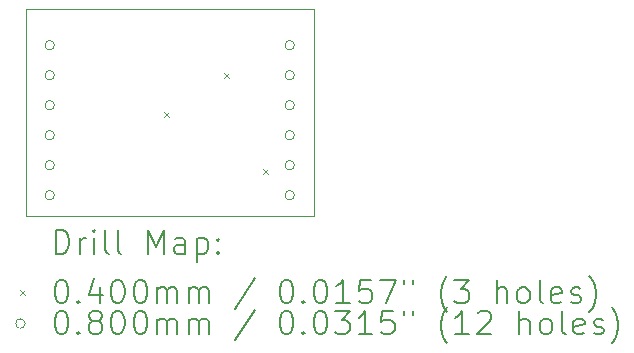
<source format=gbr>
%TF.GenerationSoftware,KiCad,Pcbnew,7.0.10*%
%TF.CreationDate,2024-10-11T10:49:25-04:00*%
%TF.ProjectId,ad5689r,61643536-3839-4722-9e6b-696361645f70,rev?*%
%TF.SameCoordinates,Original*%
%TF.FileFunction,Drillmap*%
%TF.FilePolarity,Positive*%
%FSLAX45Y45*%
G04 Gerber Fmt 4.5, Leading zero omitted, Abs format (unit mm)*
G04 Created by KiCad (PCBNEW 7.0.10) date 2024-10-11 10:49:25*
%MOMM*%
%LPD*%
G01*
G04 APERTURE LIST*
%ADD10C,0.100000*%
%ADD11C,0.200000*%
G04 APERTURE END LIST*
D10*
X2590800Y-2235200D02*
X5029200Y-2235200D01*
X5029200Y-3987800D01*
X2590800Y-3987800D01*
X2590800Y-2235200D01*
D11*
D10*
X3764600Y-3104200D02*
X3804600Y-3144200D01*
X3804600Y-3104200D02*
X3764600Y-3144200D01*
X4272600Y-2774000D02*
X4312600Y-2814000D01*
X4312600Y-2774000D02*
X4272600Y-2814000D01*
X4602800Y-3586800D02*
X4642800Y-3626800D01*
X4642800Y-3586800D02*
X4602800Y-3626800D01*
X2834000Y-2540000D02*
G75*
G03*
X2754000Y-2540000I-40000J0D01*
G01*
X2754000Y-2540000D02*
G75*
G03*
X2834000Y-2540000I40000J0D01*
G01*
X2834000Y-2794000D02*
G75*
G03*
X2754000Y-2794000I-40000J0D01*
G01*
X2754000Y-2794000D02*
G75*
G03*
X2834000Y-2794000I40000J0D01*
G01*
X2834000Y-3048000D02*
G75*
G03*
X2754000Y-3048000I-40000J0D01*
G01*
X2754000Y-3048000D02*
G75*
G03*
X2834000Y-3048000I40000J0D01*
G01*
X2834000Y-3302000D02*
G75*
G03*
X2754000Y-3302000I-40000J0D01*
G01*
X2754000Y-3302000D02*
G75*
G03*
X2834000Y-3302000I40000J0D01*
G01*
X2834000Y-3556000D02*
G75*
G03*
X2754000Y-3556000I-40000J0D01*
G01*
X2754000Y-3556000D02*
G75*
G03*
X2834000Y-3556000I40000J0D01*
G01*
X2834000Y-3810000D02*
G75*
G03*
X2754000Y-3810000I-40000J0D01*
G01*
X2754000Y-3810000D02*
G75*
G03*
X2834000Y-3810000I40000J0D01*
G01*
X4866000Y-2540000D02*
G75*
G03*
X4786000Y-2540000I-40000J0D01*
G01*
X4786000Y-2540000D02*
G75*
G03*
X4866000Y-2540000I40000J0D01*
G01*
X4866000Y-2794000D02*
G75*
G03*
X4786000Y-2794000I-40000J0D01*
G01*
X4786000Y-2794000D02*
G75*
G03*
X4866000Y-2794000I40000J0D01*
G01*
X4866000Y-3048000D02*
G75*
G03*
X4786000Y-3048000I-40000J0D01*
G01*
X4786000Y-3048000D02*
G75*
G03*
X4866000Y-3048000I40000J0D01*
G01*
X4866000Y-3302000D02*
G75*
G03*
X4786000Y-3302000I-40000J0D01*
G01*
X4786000Y-3302000D02*
G75*
G03*
X4866000Y-3302000I40000J0D01*
G01*
X4866000Y-3556000D02*
G75*
G03*
X4786000Y-3556000I-40000J0D01*
G01*
X4786000Y-3556000D02*
G75*
G03*
X4866000Y-3556000I40000J0D01*
G01*
X4866000Y-3810000D02*
G75*
G03*
X4786000Y-3810000I-40000J0D01*
G01*
X4786000Y-3810000D02*
G75*
G03*
X4866000Y-3810000I40000J0D01*
G01*
D11*
X2846577Y-4304284D02*
X2846577Y-4104284D01*
X2846577Y-4104284D02*
X2894196Y-4104284D01*
X2894196Y-4104284D02*
X2922767Y-4113808D01*
X2922767Y-4113808D02*
X2941815Y-4132855D01*
X2941815Y-4132855D02*
X2951339Y-4151903D01*
X2951339Y-4151903D02*
X2960862Y-4189998D01*
X2960862Y-4189998D02*
X2960862Y-4218570D01*
X2960862Y-4218570D02*
X2951339Y-4256665D01*
X2951339Y-4256665D02*
X2941815Y-4275712D01*
X2941815Y-4275712D02*
X2922767Y-4294760D01*
X2922767Y-4294760D02*
X2894196Y-4304284D01*
X2894196Y-4304284D02*
X2846577Y-4304284D01*
X3046577Y-4304284D02*
X3046577Y-4170950D01*
X3046577Y-4209046D02*
X3056101Y-4189998D01*
X3056101Y-4189998D02*
X3065624Y-4180474D01*
X3065624Y-4180474D02*
X3084672Y-4170950D01*
X3084672Y-4170950D02*
X3103720Y-4170950D01*
X3170386Y-4304284D02*
X3170386Y-4170950D01*
X3170386Y-4104284D02*
X3160862Y-4113808D01*
X3160862Y-4113808D02*
X3170386Y-4123331D01*
X3170386Y-4123331D02*
X3179910Y-4113808D01*
X3179910Y-4113808D02*
X3170386Y-4104284D01*
X3170386Y-4104284D02*
X3170386Y-4123331D01*
X3294196Y-4304284D02*
X3275148Y-4294760D01*
X3275148Y-4294760D02*
X3265624Y-4275712D01*
X3265624Y-4275712D02*
X3265624Y-4104284D01*
X3398958Y-4304284D02*
X3379910Y-4294760D01*
X3379910Y-4294760D02*
X3370386Y-4275712D01*
X3370386Y-4275712D02*
X3370386Y-4104284D01*
X3627529Y-4304284D02*
X3627529Y-4104284D01*
X3627529Y-4104284D02*
X3694196Y-4247141D01*
X3694196Y-4247141D02*
X3760862Y-4104284D01*
X3760862Y-4104284D02*
X3760862Y-4304284D01*
X3941815Y-4304284D02*
X3941815Y-4199522D01*
X3941815Y-4199522D02*
X3932291Y-4180474D01*
X3932291Y-4180474D02*
X3913243Y-4170950D01*
X3913243Y-4170950D02*
X3875148Y-4170950D01*
X3875148Y-4170950D02*
X3856101Y-4180474D01*
X3941815Y-4294760D02*
X3922767Y-4304284D01*
X3922767Y-4304284D02*
X3875148Y-4304284D01*
X3875148Y-4304284D02*
X3856101Y-4294760D01*
X3856101Y-4294760D02*
X3846577Y-4275712D01*
X3846577Y-4275712D02*
X3846577Y-4256665D01*
X3846577Y-4256665D02*
X3856101Y-4237617D01*
X3856101Y-4237617D02*
X3875148Y-4228093D01*
X3875148Y-4228093D02*
X3922767Y-4228093D01*
X3922767Y-4228093D02*
X3941815Y-4218570D01*
X4037053Y-4170950D02*
X4037053Y-4370950D01*
X4037053Y-4180474D02*
X4056101Y-4170950D01*
X4056101Y-4170950D02*
X4094196Y-4170950D01*
X4094196Y-4170950D02*
X4113243Y-4180474D01*
X4113243Y-4180474D02*
X4122767Y-4189998D01*
X4122767Y-4189998D02*
X4132291Y-4209046D01*
X4132291Y-4209046D02*
X4132291Y-4266189D01*
X4132291Y-4266189D02*
X4122767Y-4285236D01*
X4122767Y-4285236D02*
X4113243Y-4294760D01*
X4113243Y-4294760D02*
X4094196Y-4304284D01*
X4094196Y-4304284D02*
X4056101Y-4304284D01*
X4056101Y-4304284D02*
X4037053Y-4294760D01*
X4218005Y-4285236D02*
X4227529Y-4294760D01*
X4227529Y-4294760D02*
X4218005Y-4304284D01*
X4218005Y-4304284D02*
X4208482Y-4294760D01*
X4208482Y-4294760D02*
X4218005Y-4285236D01*
X4218005Y-4285236D02*
X4218005Y-4304284D01*
X4218005Y-4180474D02*
X4227529Y-4189998D01*
X4227529Y-4189998D02*
X4218005Y-4199522D01*
X4218005Y-4199522D02*
X4208482Y-4189998D01*
X4208482Y-4189998D02*
X4218005Y-4180474D01*
X4218005Y-4180474D02*
X4218005Y-4199522D01*
D10*
X2545800Y-4612800D02*
X2585800Y-4652800D01*
X2585800Y-4612800D02*
X2545800Y-4652800D01*
D11*
X2884672Y-4524284D02*
X2903720Y-4524284D01*
X2903720Y-4524284D02*
X2922767Y-4533808D01*
X2922767Y-4533808D02*
X2932291Y-4543331D01*
X2932291Y-4543331D02*
X2941815Y-4562379D01*
X2941815Y-4562379D02*
X2951339Y-4600474D01*
X2951339Y-4600474D02*
X2951339Y-4648093D01*
X2951339Y-4648093D02*
X2941815Y-4686189D01*
X2941815Y-4686189D02*
X2932291Y-4705236D01*
X2932291Y-4705236D02*
X2922767Y-4714760D01*
X2922767Y-4714760D02*
X2903720Y-4724284D01*
X2903720Y-4724284D02*
X2884672Y-4724284D01*
X2884672Y-4724284D02*
X2865624Y-4714760D01*
X2865624Y-4714760D02*
X2856101Y-4705236D01*
X2856101Y-4705236D02*
X2846577Y-4686189D01*
X2846577Y-4686189D02*
X2837053Y-4648093D01*
X2837053Y-4648093D02*
X2837053Y-4600474D01*
X2837053Y-4600474D02*
X2846577Y-4562379D01*
X2846577Y-4562379D02*
X2856101Y-4543331D01*
X2856101Y-4543331D02*
X2865624Y-4533808D01*
X2865624Y-4533808D02*
X2884672Y-4524284D01*
X3037053Y-4705236D02*
X3046577Y-4714760D01*
X3046577Y-4714760D02*
X3037053Y-4724284D01*
X3037053Y-4724284D02*
X3027529Y-4714760D01*
X3027529Y-4714760D02*
X3037053Y-4705236D01*
X3037053Y-4705236D02*
X3037053Y-4724284D01*
X3218005Y-4590950D02*
X3218005Y-4724284D01*
X3170386Y-4514760D02*
X3122767Y-4657617D01*
X3122767Y-4657617D02*
X3246577Y-4657617D01*
X3360862Y-4524284D02*
X3379910Y-4524284D01*
X3379910Y-4524284D02*
X3398958Y-4533808D01*
X3398958Y-4533808D02*
X3408482Y-4543331D01*
X3408482Y-4543331D02*
X3418005Y-4562379D01*
X3418005Y-4562379D02*
X3427529Y-4600474D01*
X3427529Y-4600474D02*
X3427529Y-4648093D01*
X3427529Y-4648093D02*
X3418005Y-4686189D01*
X3418005Y-4686189D02*
X3408482Y-4705236D01*
X3408482Y-4705236D02*
X3398958Y-4714760D01*
X3398958Y-4714760D02*
X3379910Y-4724284D01*
X3379910Y-4724284D02*
X3360862Y-4724284D01*
X3360862Y-4724284D02*
X3341815Y-4714760D01*
X3341815Y-4714760D02*
X3332291Y-4705236D01*
X3332291Y-4705236D02*
X3322767Y-4686189D01*
X3322767Y-4686189D02*
X3313243Y-4648093D01*
X3313243Y-4648093D02*
X3313243Y-4600474D01*
X3313243Y-4600474D02*
X3322767Y-4562379D01*
X3322767Y-4562379D02*
X3332291Y-4543331D01*
X3332291Y-4543331D02*
X3341815Y-4533808D01*
X3341815Y-4533808D02*
X3360862Y-4524284D01*
X3551339Y-4524284D02*
X3570386Y-4524284D01*
X3570386Y-4524284D02*
X3589434Y-4533808D01*
X3589434Y-4533808D02*
X3598958Y-4543331D01*
X3598958Y-4543331D02*
X3608482Y-4562379D01*
X3608482Y-4562379D02*
X3618005Y-4600474D01*
X3618005Y-4600474D02*
X3618005Y-4648093D01*
X3618005Y-4648093D02*
X3608482Y-4686189D01*
X3608482Y-4686189D02*
X3598958Y-4705236D01*
X3598958Y-4705236D02*
X3589434Y-4714760D01*
X3589434Y-4714760D02*
X3570386Y-4724284D01*
X3570386Y-4724284D02*
X3551339Y-4724284D01*
X3551339Y-4724284D02*
X3532291Y-4714760D01*
X3532291Y-4714760D02*
X3522767Y-4705236D01*
X3522767Y-4705236D02*
X3513243Y-4686189D01*
X3513243Y-4686189D02*
X3503720Y-4648093D01*
X3503720Y-4648093D02*
X3503720Y-4600474D01*
X3503720Y-4600474D02*
X3513243Y-4562379D01*
X3513243Y-4562379D02*
X3522767Y-4543331D01*
X3522767Y-4543331D02*
X3532291Y-4533808D01*
X3532291Y-4533808D02*
X3551339Y-4524284D01*
X3703720Y-4724284D02*
X3703720Y-4590950D01*
X3703720Y-4609998D02*
X3713243Y-4600474D01*
X3713243Y-4600474D02*
X3732291Y-4590950D01*
X3732291Y-4590950D02*
X3760863Y-4590950D01*
X3760863Y-4590950D02*
X3779910Y-4600474D01*
X3779910Y-4600474D02*
X3789434Y-4619522D01*
X3789434Y-4619522D02*
X3789434Y-4724284D01*
X3789434Y-4619522D02*
X3798958Y-4600474D01*
X3798958Y-4600474D02*
X3818005Y-4590950D01*
X3818005Y-4590950D02*
X3846577Y-4590950D01*
X3846577Y-4590950D02*
X3865624Y-4600474D01*
X3865624Y-4600474D02*
X3875148Y-4619522D01*
X3875148Y-4619522D02*
X3875148Y-4724284D01*
X3970386Y-4724284D02*
X3970386Y-4590950D01*
X3970386Y-4609998D02*
X3979910Y-4600474D01*
X3979910Y-4600474D02*
X3998958Y-4590950D01*
X3998958Y-4590950D02*
X4027529Y-4590950D01*
X4027529Y-4590950D02*
X4046577Y-4600474D01*
X4046577Y-4600474D02*
X4056101Y-4619522D01*
X4056101Y-4619522D02*
X4056101Y-4724284D01*
X4056101Y-4619522D02*
X4065624Y-4600474D01*
X4065624Y-4600474D02*
X4084672Y-4590950D01*
X4084672Y-4590950D02*
X4113243Y-4590950D01*
X4113243Y-4590950D02*
X4132291Y-4600474D01*
X4132291Y-4600474D02*
X4141815Y-4619522D01*
X4141815Y-4619522D02*
X4141815Y-4724284D01*
X4532291Y-4514760D02*
X4360863Y-4771903D01*
X4789434Y-4524284D02*
X4808482Y-4524284D01*
X4808482Y-4524284D02*
X4827529Y-4533808D01*
X4827529Y-4533808D02*
X4837053Y-4543331D01*
X4837053Y-4543331D02*
X4846577Y-4562379D01*
X4846577Y-4562379D02*
X4856101Y-4600474D01*
X4856101Y-4600474D02*
X4856101Y-4648093D01*
X4856101Y-4648093D02*
X4846577Y-4686189D01*
X4846577Y-4686189D02*
X4837053Y-4705236D01*
X4837053Y-4705236D02*
X4827529Y-4714760D01*
X4827529Y-4714760D02*
X4808482Y-4724284D01*
X4808482Y-4724284D02*
X4789434Y-4724284D01*
X4789434Y-4724284D02*
X4770387Y-4714760D01*
X4770387Y-4714760D02*
X4760863Y-4705236D01*
X4760863Y-4705236D02*
X4751339Y-4686189D01*
X4751339Y-4686189D02*
X4741815Y-4648093D01*
X4741815Y-4648093D02*
X4741815Y-4600474D01*
X4741815Y-4600474D02*
X4751339Y-4562379D01*
X4751339Y-4562379D02*
X4760863Y-4543331D01*
X4760863Y-4543331D02*
X4770387Y-4533808D01*
X4770387Y-4533808D02*
X4789434Y-4524284D01*
X4941815Y-4705236D02*
X4951339Y-4714760D01*
X4951339Y-4714760D02*
X4941815Y-4724284D01*
X4941815Y-4724284D02*
X4932291Y-4714760D01*
X4932291Y-4714760D02*
X4941815Y-4705236D01*
X4941815Y-4705236D02*
X4941815Y-4724284D01*
X5075148Y-4524284D02*
X5094196Y-4524284D01*
X5094196Y-4524284D02*
X5113244Y-4533808D01*
X5113244Y-4533808D02*
X5122768Y-4543331D01*
X5122768Y-4543331D02*
X5132291Y-4562379D01*
X5132291Y-4562379D02*
X5141815Y-4600474D01*
X5141815Y-4600474D02*
X5141815Y-4648093D01*
X5141815Y-4648093D02*
X5132291Y-4686189D01*
X5132291Y-4686189D02*
X5122768Y-4705236D01*
X5122768Y-4705236D02*
X5113244Y-4714760D01*
X5113244Y-4714760D02*
X5094196Y-4724284D01*
X5094196Y-4724284D02*
X5075148Y-4724284D01*
X5075148Y-4724284D02*
X5056101Y-4714760D01*
X5056101Y-4714760D02*
X5046577Y-4705236D01*
X5046577Y-4705236D02*
X5037053Y-4686189D01*
X5037053Y-4686189D02*
X5027529Y-4648093D01*
X5027529Y-4648093D02*
X5027529Y-4600474D01*
X5027529Y-4600474D02*
X5037053Y-4562379D01*
X5037053Y-4562379D02*
X5046577Y-4543331D01*
X5046577Y-4543331D02*
X5056101Y-4533808D01*
X5056101Y-4533808D02*
X5075148Y-4524284D01*
X5332291Y-4724284D02*
X5218006Y-4724284D01*
X5275148Y-4724284D02*
X5275148Y-4524284D01*
X5275148Y-4524284D02*
X5256101Y-4552855D01*
X5256101Y-4552855D02*
X5237053Y-4571903D01*
X5237053Y-4571903D02*
X5218006Y-4581427D01*
X5513244Y-4524284D02*
X5418006Y-4524284D01*
X5418006Y-4524284D02*
X5408482Y-4619522D01*
X5408482Y-4619522D02*
X5418006Y-4609998D01*
X5418006Y-4609998D02*
X5437053Y-4600474D01*
X5437053Y-4600474D02*
X5484672Y-4600474D01*
X5484672Y-4600474D02*
X5503720Y-4609998D01*
X5503720Y-4609998D02*
X5513244Y-4619522D01*
X5513244Y-4619522D02*
X5522768Y-4638570D01*
X5522768Y-4638570D02*
X5522768Y-4686189D01*
X5522768Y-4686189D02*
X5513244Y-4705236D01*
X5513244Y-4705236D02*
X5503720Y-4714760D01*
X5503720Y-4714760D02*
X5484672Y-4724284D01*
X5484672Y-4724284D02*
X5437053Y-4724284D01*
X5437053Y-4724284D02*
X5418006Y-4714760D01*
X5418006Y-4714760D02*
X5408482Y-4705236D01*
X5589434Y-4524284D02*
X5722767Y-4524284D01*
X5722767Y-4524284D02*
X5637053Y-4724284D01*
X5789434Y-4524284D02*
X5789434Y-4562379D01*
X5865625Y-4524284D02*
X5865625Y-4562379D01*
X6160863Y-4800474D02*
X6151339Y-4790950D01*
X6151339Y-4790950D02*
X6132291Y-4762379D01*
X6132291Y-4762379D02*
X6122768Y-4743331D01*
X6122768Y-4743331D02*
X6113244Y-4714760D01*
X6113244Y-4714760D02*
X6103720Y-4667141D01*
X6103720Y-4667141D02*
X6103720Y-4629046D01*
X6103720Y-4629046D02*
X6113244Y-4581427D01*
X6113244Y-4581427D02*
X6122768Y-4552855D01*
X6122768Y-4552855D02*
X6132291Y-4533808D01*
X6132291Y-4533808D02*
X6151339Y-4505236D01*
X6151339Y-4505236D02*
X6160863Y-4495712D01*
X6218006Y-4524284D02*
X6341815Y-4524284D01*
X6341815Y-4524284D02*
X6275148Y-4600474D01*
X6275148Y-4600474D02*
X6303720Y-4600474D01*
X6303720Y-4600474D02*
X6322768Y-4609998D01*
X6322768Y-4609998D02*
X6332291Y-4619522D01*
X6332291Y-4619522D02*
X6341815Y-4638570D01*
X6341815Y-4638570D02*
X6341815Y-4686189D01*
X6341815Y-4686189D02*
X6332291Y-4705236D01*
X6332291Y-4705236D02*
X6322768Y-4714760D01*
X6322768Y-4714760D02*
X6303720Y-4724284D01*
X6303720Y-4724284D02*
X6246577Y-4724284D01*
X6246577Y-4724284D02*
X6227529Y-4714760D01*
X6227529Y-4714760D02*
X6218006Y-4705236D01*
X6579910Y-4724284D02*
X6579910Y-4524284D01*
X6665625Y-4724284D02*
X6665625Y-4619522D01*
X6665625Y-4619522D02*
X6656101Y-4600474D01*
X6656101Y-4600474D02*
X6637053Y-4590950D01*
X6637053Y-4590950D02*
X6608482Y-4590950D01*
X6608482Y-4590950D02*
X6589434Y-4600474D01*
X6589434Y-4600474D02*
X6579910Y-4609998D01*
X6789434Y-4724284D02*
X6770387Y-4714760D01*
X6770387Y-4714760D02*
X6760863Y-4705236D01*
X6760863Y-4705236D02*
X6751339Y-4686189D01*
X6751339Y-4686189D02*
X6751339Y-4629046D01*
X6751339Y-4629046D02*
X6760863Y-4609998D01*
X6760863Y-4609998D02*
X6770387Y-4600474D01*
X6770387Y-4600474D02*
X6789434Y-4590950D01*
X6789434Y-4590950D02*
X6818006Y-4590950D01*
X6818006Y-4590950D02*
X6837053Y-4600474D01*
X6837053Y-4600474D02*
X6846577Y-4609998D01*
X6846577Y-4609998D02*
X6856101Y-4629046D01*
X6856101Y-4629046D02*
X6856101Y-4686189D01*
X6856101Y-4686189D02*
X6846577Y-4705236D01*
X6846577Y-4705236D02*
X6837053Y-4714760D01*
X6837053Y-4714760D02*
X6818006Y-4724284D01*
X6818006Y-4724284D02*
X6789434Y-4724284D01*
X6970387Y-4724284D02*
X6951339Y-4714760D01*
X6951339Y-4714760D02*
X6941815Y-4695712D01*
X6941815Y-4695712D02*
X6941815Y-4524284D01*
X7122768Y-4714760D02*
X7103720Y-4724284D01*
X7103720Y-4724284D02*
X7065625Y-4724284D01*
X7065625Y-4724284D02*
X7046577Y-4714760D01*
X7046577Y-4714760D02*
X7037053Y-4695712D01*
X7037053Y-4695712D02*
X7037053Y-4619522D01*
X7037053Y-4619522D02*
X7046577Y-4600474D01*
X7046577Y-4600474D02*
X7065625Y-4590950D01*
X7065625Y-4590950D02*
X7103720Y-4590950D01*
X7103720Y-4590950D02*
X7122768Y-4600474D01*
X7122768Y-4600474D02*
X7132291Y-4619522D01*
X7132291Y-4619522D02*
X7132291Y-4638570D01*
X7132291Y-4638570D02*
X7037053Y-4657617D01*
X7208482Y-4714760D02*
X7227530Y-4724284D01*
X7227530Y-4724284D02*
X7265625Y-4724284D01*
X7265625Y-4724284D02*
X7284672Y-4714760D01*
X7284672Y-4714760D02*
X7294196Y-4695712D01*
X7294196Y-4695712D02*
X7294196Y-4686189D01*
X7294196Y-4686189D02*
X7284672Y-4667141D01*
X7284672Y-4667141D02*
X7265625Y-4657617D01*
X7265625Y-4657617D02*
X7237053Y-4657617D01*
X7237053Y-4657617D02*
X7218006Y-4648093D01*
X7218006Y-4648093D02*
X7208482Y-4629046D01*
X7208482Y-4629046D02*
X7208482Y-4619522D01*
X7208482Y-4619522D02*
X7218006Y-4600474D01*
X7218006Y-4600474D02*
X7237053Y-4590950D01*
X7237053Y-4590950D02*
X7265625Y-4590950D01*
X7265625Y-4590950D02*
X7284672Y-4600474D01*
X7360863Y-4800474D02*
X7370387Y-4790950D01*
X7370387Y-4790950D02*
X7389434Y-4762379D01*
X7389434Y-4762379D02*
X7398958Y-4743331D01*
X7398958Y-4743331D02*
X7408482Y-4714760D01*
X7408482Y-4714760D02*
X7418006Y-4667141D01*
X7418006Y-4667141D02*
X7418006Y-4629046D01*
X7418006Y-4629046D02*
X7408482Y-4581427D01*
X7408482Y-4581427D02*
X7398958Y-4552855D01*
X7398958Y-4552855D02*
X7389434Y-4533808D01*
X7389434Y-4533808D02*
X7370387Y-4505236D01*
X7370387Y-4505236D02*
X7360863Y-4495712D01*
D10*
X2585800Y-4896800D02*
G75*
G03*
X2505800Y-4896800I-40000J0D01*
G01*
X2505800Y-4896800D02*
G75*
G03*
X2585800Y-4896800I40000J0D01*
G01*
D11*
X2884672Y-4788284D02*
X2903720Y-4788284D01*
X2903720Y-4788284D02*
X2922767Y-4797808D01*
X2922767Y-4797808D02*
X2932291Y-4807331D01*
X2932291Y-4807331D02*
X2941815Y-4826379D01*
X2941815Y-4826379D02*
X2951339Y-4864474D01*
X2951339Y-4864474D02*
X2951339Y-4912093D01*
X2951339Y-4912093D02*
X2941815Y-4950189D01*
X2941815Y-4950189D02*
X2932291Y-4969236D01*
X2932291Y-4969236D02*
X2922767Y-4978760D01*
X2922767Y-4978760D02*
X2903720Y-4988284D01*
X2903720Y-4988284D02*
X2884672Y-4988284D01*
X2884672Y-4988284D02*
X2865624Y-4978760D01*
X2865624Y-4978760D02*
X2856101Y-4969236D01*
X2856101Y-4969236D02*
X2846577Y-4950189D01*
X2846577Y-4950189D02*
X2837053Y-4912093D01*
X2837053Y-4912093D02*
X2837053Y-4864474D01*
X2837053Y-4864474D02*
X2846577Y-4826379D01*
X2846577Y-4826379D02*
X2856101Y-4807331D01*
X2856101Y-4807331D02*
X2865624Y-4797808D01*
X2865624Y-4797808D02*
X2884672Y-4788284D01*
X3037053Y-4969236D02*
X3046577Y-4978760D01*
X3046577Y-4978760D02*
X3037053Y-4988284D01*
X3037053Y-4988284D02*
X3027529Y-4978760D01*
X3027529Y-4978760D02*
X3037053Y-4969236D01*
X3037053Y-4969236D02*
X3037053Y-4988284D01*
X3160862Y-4873998D02*
X3141815Y-4864474D01*
X3141815Y-4864474D02*
X3132291Y-4854950D01*
X3132291Y-4854950D02*
X3122767Y-4835903D01*
X3122767Y-4835903D02*
X3122767Y-4826379D01*
X3122767Y-4826379D02*
X3132291Y-4807331D01*
X3132291Y-4807331D02*
X3141815Y-4797808D01*
X3141815Y-4797808D02*
X3160862Y-4788284D01*
X3160862Y-4788284D02*
X3198958Y-4788284D01*
X3198958Y-4788284D02*
X3218005Y-4797808D01*
X3218005Y-4797808D02*
X3227529Y-4807331D01*
X3227529Y-4807331D02*
X3237053Y-4826379D01*
X3237053Y-4826379D02*
X3237053Y-4835903D01*
X3237053Y-4835903D02*
X3227529Y-4854950D01*
X3227529Y-4854950D02*
X3218005Y-4864474D01*
X3218005Y-4864474D02*
X3198958Y-4873998D01*
X3198958Y-4873998D02*
X3160862Y-4873998D01*
X3160862Y-4873998D02*
X3141815Y-4883522D01*
X3141815Y-4883522D02*
X3132291Y-4893046D01*
X3132291Y-4893046D02*
X3122767Y-4912093D01*
X3122767Y-4912093D02*
X3122767Y-4950189D01*
X3122767Y-4950189D02*
X3132291Y-4969236D01*
X3132291Y-4969236D02*
X3141815Y-4978760D01*
X3141815Y-4978760D02*
X3160862Y-4988284D01*
X3160862Y-4988284D02*
X3198958Y-4988284D01*
X3198958Y-4988284D02*
X3218005Y-4978760D01*
X3218005Y-4978760D02*
X3227529Y-4969236D01*
X3227529Y-4969236D02*
X3237053Y-4950189D01*
X3237053Y-4950189D02*
X3237053Y-4912093D01*
X3237053Y-4912093D02*
X3227529Y-4893046D01*
X3227529Y-4893046D02*
X3218005Y-4883522D01*
X3218005Y-4883522D02*
X3198958Y-4873998D01*
X3360862Y-4788284D02*
X3379910Y-4788284D01*
X3379910Y-4788284D02*
X3398958Y-4797808D01*
X3398958Y-4797808D02*
X3408482Y-4807331D01*
X3408482Y-4807331D02*
X3418005Y-4826379D01*
X3418005Y-4826379D02*
X3427529Y-4864474D01*
X3427529Y-4864474D02*
X3427529Y-4912093D01*
X3427529Y-4912093D02*
X3418005Y-4950189D01*
X3418005Y-4950189D02*
X3408482Y-4969236D01*
X3408482Y-4969236D02*
X3398958Y-4978760D01*
X3398958Y-4978760D02*
X3379910Y-4988284D01*
X3379910Y-4988284D02*
X3360862Y-4988284D01*
X3360862Y-4988284D02*
X3341815Y-4978760D01*
X3341815Y-4978760D02*
X3332291Y-4969236D01*
X3332291Y-4969236D02*
X3322767Y-4950189D01*
X3322767Y-4950189D02*
X3313243Y-4912093D01*
X3313243Y-4912093D02*
X3313243Y-4864474D01*
X3313243Y-4864474D02*
X3322767Y-4826379D01*
X3322767Y-4826379D02*
X3332291Y-4807331D01*
X3332291Y-4807331D02*
X3341815Y-4797808D01*
X3341815Y-4797808D02*
X3360862Y-4788284D01*
X3551339Y-4788284D02*
X3570386Y-4788284D01*
X3570386Y-4788284D02*
X3589434Y-4797808D01*
X3589434Y-4797808D02*
X3598958Y-4807331D01*
X3598958Y-4807331D02*
X3608482Y-4826379D01*
X3608482Y-4826379D02*
X3618005Y-4864474D01*
X3618005Y-4864474D02*
X3618005Y-4912093D01*
X3618005Y-4912093D02*
X3608482Y-4950189D01*
X3608482Y-4950189D02*
X3598958Y-4969236D01*
X3598958Y-4969236D02*
X3589434Y-4978760D01*
X3589434Y-4978760D02*
X3570386Y-4988284D01*
X3570386Y-4988284D02*
X3551339Y-4988284D01*
X3551339Y-4988284D02*
X3532291Y-4978760D01*
X3532291Y-4978760D02*
X3522767Y-4969236D01*
X3522767Y-4969236D02*
X3513243Y-4950189D01*
X3513243Y-4950189D02*
X3503720Y-4912093D01*
X3503720Y-4912093D02*
X3503720Y-4864474D01*
X3503720Y-4864474D02*
X3513243Y-4826379D01*
X3513243Y-4826379D02*
X3522767Y-4807331D01*
X3522767Y-4807331D02*
X3532291Y-4797808D01*
X3532291Y-4797808D02*
X3551339Y-4788284D01*
X3703720Y-4988284D02*
X3703720Y-4854950D01*
X3703720Y-4873998D02*
X3713243Y-4864474D01*
X3713243Y-4864474D02*
X3732291Y-4854950D01*
X3732291Y-4854950D02*
X3760863Y-4854950D01*
X3760863Y-4854950D02*
X3779910Y-4864474D01*
X3779910Y-4864474D02*
X3789434Y-4883522D01*
X3789434Y-4883522D02*
X3789434Y-4988284D01*
X3789434Y-4883522D02*
X3798958Y-4864474D01*
X3798958Y-4864474D02*
X3818005Y-4854950D01*
X3818005Y-4854950D02*
X3846577Y-4854950D01*
X3846577Y-4854950D02*
X3865624Y-4864474D01*
X3865624Y-4864474D02*
X3875148Y-4883522D01*
X3875148Y-4883522D02*
X3875148Y-4988284D01*
X3970386Y-4988284D02*
X3970386Y-4854950D01*
X3970386Y-4873998D02*
X3979910Y-4864474D01*
X3979910Y-4864474D02*
X3998958Y-4854950D01*
X3998958Y-4854950D02*
X4027529Y-4854950D01*
X4027529Y-4854950D02*
X4046577Y-4864474D01*
X4046577Y-4864474D02*
X4056101Y-4883522D01*
X4056101Y-4883522D02*
X4056101Y-4988284D01*
X4056101Y-4883522D02*
X4065624Y-4864474D01*
X4065624Y-4864474D02*
X4084672Y-4854950D01*
X4084672Y-4854950D02*
X4113243Y-4854950D01*
X4113243Y-4854950D02*
X4132291Y-4864474D01*
X4132291Y-4864474D02*
X4141815Y-4883522D01*
X4141815Y-4883522D02*
X4141815Y-4988284D01*
X4532291Y-4778760D02*
X4360863Y-5035903D01*
X4789434Y-4788284D02*
X4808482Y-4788284D01*
X4808482Y-4788284D02*
X4827529Y-4797808D01*
X4827529Y-4797808D02*
X4837053Y-4807331D01*
X4837053Y-4807331D02*
X4846577Y-4826379D01*
X4846577Y-4826379D02*
X4856101Y-4864474D01*
X4856101Y-4864474D02*
X4856101Y-4912093D01*
X4856101Y-4912093D02*
X4846577Y-4950189D01*
X4846577Y-4950189D02*
X4837053Y-4969236D01*
X4837053Y-4969236D02*
X4827529Y-4978760D01*
X4827529Y-4978760D02*
X4808482Y-4988284D01*
X4808482Y-4988284D02*
X4789434Y-4988284D01*
X4789434Y-4988284D02*
X4770387Y-4978760D01*
X4770387Y-4978760D02*
X4760863Y-4969236D01*
X4760863Y-4969236D02*
X4751339Y-4950189D01*
X4751339Y-4950189D02*
X4741815Y-4912093D01*
X4741815Y-4912093D02*
X4741815Y-4864474D01*
X4741815Y-4864474D02*
X4751339Y-4826379D01*
X4751339Y-4826379D02*
X4760863Y-4807331D01*
X4760863Y-4807331D02*
X4770387Y-4797808D01*
X4770387Y-4797808D02*
X4789434Y-4788284D01*
X4941815Y-4969236D02*
X4951339Y-4978760D01*
X4951339Y-4978760D02*
X4941815Y-4988284D01*
X4941815Y-4988284D02*
X4932291Y-4978760D01*
X4932291Y-4978760D02*
X4941815Y-4969236D01*
X4941815Y-4969236D02*
X4941815Y-4988284D01*
X5075148Y-4788284D02*
X5094196Y-4788284D01*
X5094196Y-4788284D02*
X5113244Y-4797808D01*
X5113244Y-4797808D02*
X5122768Y-4807331D01*
X5122768Y-4807331D02*
X5132291Y-4826379D01*
X5132291Y-4826379D02*
X5141815Y-4864474D01*
X5141815Y-4864474D02*
X5141815Y-4912093D01*
X5141815Y-4912093D02*
X5132291Y-4950189D01*
X5132291Y-4950189D02*
X5122768Y-4969236D01*
X5122768Y-4969236D02*
X5113244Y-4978760D01*
X5113244Y-4978760D02*
X5094196Y-4988284D01*
X5094196Y-4988284D02*
X5075148Y-4988284D01*
X5075148Y-4988284D02*
X5056101Y-4978760D01*
X5056101Y-4978760D02*
X5046577Y-4969236D01*
X5046577Y-4969236D02*
X5037053Y-4950189D01*
X5037053Y-4950189D02*
X5027529Y-4912093D01*
X5027529Y-4912093D02*
X5027529Y-4864474D01*
X5027529Y-4864474D02*
X5037053Y-4826379D01*
X5037053Y-4826379D02*
X5046577Y-4807331D01*
X5046577Y-4807331D02*
X5056101Y-4797808D01*
X5056101Y-4797808D02*
X5075148Y-4788284D01*
X5208482Y-4788284D02*
X5332291Y-4788284D01*
X5332291Y-4788284D02*
X5265625Y-4864474D01*
X5265625Y-4864474D02*
X5294196Y-4864474D01*
X5294196Y-4864474D02*
X5313244Y-4873998D01*
X5313244Y-4873998D02*
X5322768Y-4883522D01*
X5322768Y-4883522D02*
X5332291Y-4902570D01*
X5332291Y-4902570D02*
X5332291Y-4950189D01*
X5332291Y-4950189D02*
X5322768Y-4969236D01*
X5322768Y-4969236D02*
X5313244Y-4978760D01*
X5313244Y-4978760D02*
X5294196Y-4988284D01*
X5294196Y-4988284D02*
X5237053Y-4988284D01*
X5237053Y-4988284D02*
X5218006Y-4978760D01*
X5218006Y-4978760D02*
X5208482Y-4969236D01*
X5522768Y-4988284D02*
X5408482Y-4988284D01*
X5465625Y-4988284D02*
X5465625Y-4788284D01*
X5465625Y-4788284D02*
X5446577Y-4816855D01*
X5446577Y-4816855D02*
X5427529Y-4835903D01*
X5427529Y-4835903D02*
X5408482Y-4845427D01*
X5703720Y-4788284D02*
X5608482Y-4788284D01*
X5608482Y-4788284D02*
X5598958Y-4883522D01*
X5598958Y-4883522D02*
X5608482Y-4873998D01*
X5608482Y-4873998D02*
X5627529Y-4864474D01*
X5627529Y-4864474D02*
X5675148Y-4864474D01*
X5675148Y-4864474D02*
X5694196Y-4873998D01*
X5694196Y-4873998D02*
X5703720Y-4883522D01*
X5703720Y-4883522D02*
X5713244Y-4902570D01*
X5713244Y-4902570D02*
X5713244Y-4950189D01*
X5713244Y-4950189D02*
X5703720Y-4969236D01*
X5703720Y-4969236D02*
X5694196Y-4978760D01*
X5694196Y-4978760D02*
X5675148Y-4988284D01*
X5675148Y-4988284D02*
X5627529Y-4988284D01*
X5627529Y-4988284D02*
X5608482Y-4978760D01*
X5608482Y-4978760D02*
X5598958Y-4969236D01*
X5789434Y-4788284D02*
X5789434Y-4826379D01*
X5865625Y-4788284D02*
X5865625Y-4826379D01*
X6160863Y-5064474D02*
X6151339Y-5054950D01*
X6151339Y-5054950D02*
X6132291Y-5026379D01*
X6132291Y-5026379D02*
X6122768Y-5007331D01*
X6122768Y-5007331D02*
X6113244Y-4978760D01*
X6113244Y-4978760D02*
X6103720Y-4931141D01*
X6103720Y-4931141D02*
X6103720Y-4893046D01*
X6103720Y-4893046D02*
X6113244Y-4845427D01*
X6113244Y-4845427D02*
X6122768Y-4816855D01*
X6122768Y-4816855D02*
X6132291Y-4797808D01*
X6132291Y-4797808D02*
X6151339Y-4769236D01*
X6151339Y-4769236D02*
X6160863Y-4759712D01*
X6341815Y-4988284D02*
X6227529Y-4988284D01*
X6284672Y-4988284D02*
X6284672Y-4788284D01*
X6284672Y-4788284D02*
X6265625Y-4816855D01*
X6265625Y-4816855D02*
X6246577Y-4835903D01*
X6246577Y-4835903D02*
X6227529Y-4845427D01*
X6418006Y-4807331D02*
X6427529Y-4797808D01*
X6427529Y-4797808D02*
X6446577Y-4788284D01*
X6446577Y-4788284D02*
X6494196Y-4788284D01*
X6494196Y-4788284D02*
X6513244Y-4797808D01*
X6513244Y-4797808D02*
X6522768Y-4807331D01*
X6522768Y-4807331D02*
X6532291Y-4826379D01*
X6532291Y-4826379D02*
X6532291Y-4845427D01*
X6532291Y-4845427D02*
X6522768Y-4873998D01*
X6522768Y-4873998D02*
X6408482Y-4988284D01*
X6408482Y-4988284D02*
X6532291Y-4988284D01*
X6770387Y-4988284D02*
X6770387Y-4788284D01*
X6856101Y-4988284D02*
X6856101Y-4883522D01*
X6856101Y-4883522D02*
X6846577Y-4864474D01*
X6846577Y-4864474D02*
X6827530Y-4854950D01*
X6827530Y-4854950D02*
X6798958Y-4854950D01*
X6798958Y-4854950D02*
X6779910Y-4864474D01*
X6779910Y-4864474D02*
X6770387Y-4873998D01*
X6979910Y-4988284D02*
X6960863Y-4978760D01*
X6960863Y-4978760D02*
X6951339Y-4969236D01*
X6951339Y-4969236D02*
X6941815Y-4950189D01*
X6941815Y-4950189D02*
X6941815Y-4893046D01*
X6941815Y-4893046D02*
X6951339Y-4873998D01*
X6951339Y-4873998D02*
X6960863Y-4864474D01*
X6960863Y-4864474D02*
X6979910Y-4854950D01*
X6979910Y-4854950D02*
X7008482Y-4854950D01*
X7008482Y-4854950D02*
X7027530Y-4864474D01*
X7027530Y-4864474D02*
X7037053Y-4873998D01*
X7037053Y-4873998D02*
X7046577Y-4893046D01*
X7046577Y-4893046D02*
X7046577Y-4950189D01*
X7046577Y-4950189D02*
X7037053Y-4969236D01*
X7037053Y-4969236D02*
X7027530Y-4978760D01*
X7027530Y-4978760D02*
X7008482Y-4988284D01*
X7008482Y-4988284D02*
X6979910Y-4988284D01*
X7160863Y-4988284D02*
X7141815Y-4978760D01*
X7141815Y-4978760D02*
X7132291Y-4959712D01*
X7132291Y-4959712D02*
X7132291Y-4788284D01*
X7313244Y-4978760D02*
X7294196Y-4988284D01*
X7294196Y-4988284D02*
X7256101Y-4988284D01*
X7256101Y-4988284D02*
X7237053Y-4978760D01*
X7237053Y-4978760D02*
X7227530Y-4959712D01*
X7227530Y-4959712D02*
X7227530Y-4883522D01*
X7227530Y-4883522D02*
X7237053Y-4864474D01*
X7237053Y-4864474D02*
X7256101Y-4854950D01*
X7256101Y-4854950D02*
X7294196Y-4854950D01*
X7294196Y-4854950D02*
X7313244Y-4864474D01*
X7313244Y-4864474D02*
X7322768Y-4883522D01*
X7322768Y-4883522D02*
X7322768Y-4902570D01*
X7322768Y-4902570D02*
X7227530Y-4921617D01*
X7398958Y-4978760D02*
X7418006Y-4988284D01*
X7418006Y-4988284D02*
X7456101Y-4988284D01*
X7456101Y-4988284D02*
X7475149Y-4978760D01*
X7475149Y-4978760D02*
X7484672Y-4959712D01*
X7484672Y-4959712D02*
X7484672Y-4950189D01*
X7484672Y-4950189D02*
X7475149Y-4931141D01*
X7475149Y-4931141D02*
X7456101Y-4921617D01*
X7456101Y-4921617D02*
X7427530Y-4921617D01*
X7427530Y-4921617D02*
X7408482Y-4912093D01*
X7408482Y-4912093D02*
X7398958Y-4893046D01*
X7398958Y-4893046D02*
X7398958Y-4883522D01*
X7398958Y-4883522D02*
X7408482Y-4864474D01*
X7408482Y-4864474D02*
X7427530Y-4854950D01*
X7427530Y-4854950D02*
X7456101Y-4854950D01*
X7456101Y-4854950D02*
X7475149Y-4864474D01*
X7551339Y-5064474D02*
X7560863Y-5054950D01*
X7560863Y-5054950D02*
X7579911Y-5026379D01*
X7579911Y-5026379D02*
X7589434Y-5007331D01*
X7589434Y-5007331D02*
X7598958Y-4978760D01*
X7598958Y-4978760D02*
X7608482Y-4931141D01*
X7608482Y-4931141D02*
X7608482Y-4893046D01*
X7608482Y-4893046D02*
X7598958Y-4845427D01*
X7598958Y-4845427D02*
X7589434Y-4816855D01*
X7589434Y-4816855D02*
X7579911Y-4797808D01*
X7579911Y-4797808D02*
X7560863Y-4769236D01*
X7560863Y-4769236D02*
X7551339Y-4759712D01*
M02*

</source>
